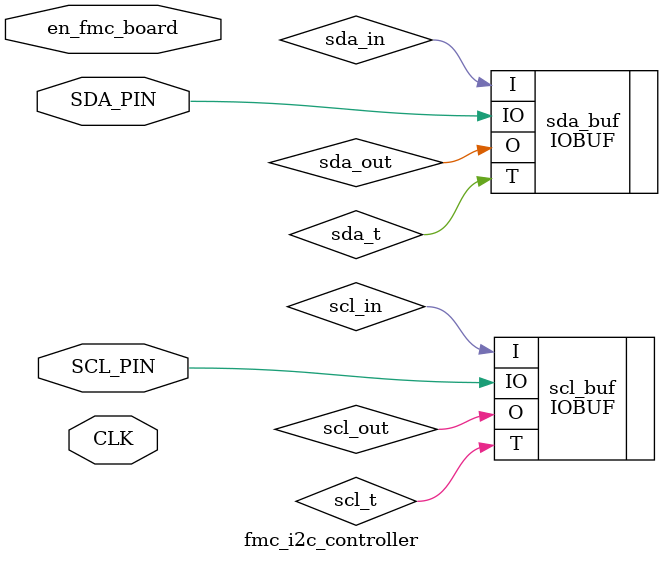
<source format=sv>
`resetall
`timescale 1ns / 1ps
`default_nettype none
module fmc_i2c_controller(
    input wire CLK,
    input wire en_fmc_board,
    inout wire SCL_PIN,
    inout wire SDA_PIN
);

    //3 Wires used for SCL and SDA
    wire scl_in, scl_out, scl_t;
    wire sda_in, sda_out, sda_t;
    //Create I/O Buffer For SCL PIN
    IOBUF scl_buf(
        .O(scl_out),
        .I(scl_in),
        .IO(SCL_PIN),
        .T(scl_t)
    );
    //Create I/O Buffer 
    IOBUF sda_buf(
        .O(sda_out),
        .I(sda_in),
        .IO(SDA_PIN),
        .T(sda_t)
    );

endmodule
`resetall

    //     //I2C addresses of Slave modules of FMC484
    // localparam[6:0]
    // SI5338B_ADR   = 7'b1110000,
    //  //Wether you are talking to Module A or B is determ by selection bit of CLPD
    // QSFP_MOD      = 7'b1010000;    
    // //CLPD has various
    
</source>
